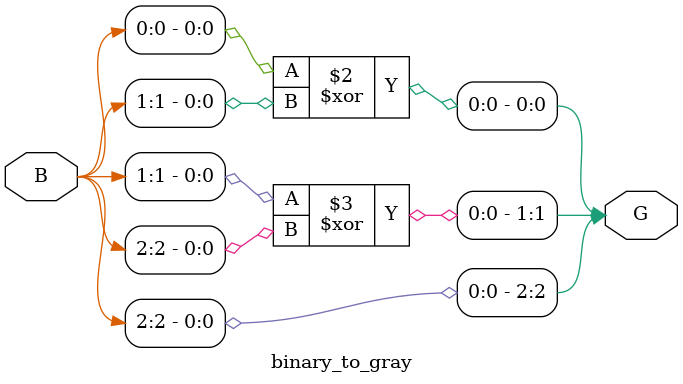
<source format=v>
module binary_to_gray (
    input [2:0] B,
    output reg [2:0] G
);

    always @ (B) begin
        G[0] = B[0] ^ B[1];
        G[1] = B[1] ^ B[2];
        G[2] = B[2];
    end

endmodule
</source>
